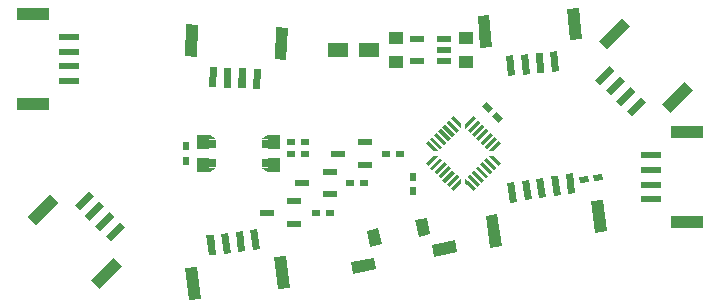
<source format=gbr>
G04 #@! TF.FileFunction,Paste,Bot*
%FSLAX46Y46*%
G04 Gerber Fmt 4.6, Leading zero omitted, Abs format (unit mm)*
G04 Created by KiCad (PCBNEW 4.0.7-e2-6376~58~ubuntu14.04.1) date Wed May 23 14:48:08 2018*
%MOMM*%
%LPD*%
G01*
G04 APERTURE LIST*
%ADD10C,0.100000*%
%ADD11R,1.200000X0.600000*%
%ADD12R,0.800000X0.500000*%
%ADD13R,1.200000X1.000000*%
%ADD14R,0.500000X0.800000*%
%ADD15R,1.800000X1.250000*%
%ADD16R,1.700000X0.600000*%
%ADD17R,2.700000X1.000000*%
%ADD18R,1.600000X0.800000*%
%ADD19R,1.000000X1.200000*%
G04 APERTURE END LIST*
D10*
D11*
X155380000Y-92500000D03*
X157680000Y-91550000D03*
X157680000Y-93450000D03*
D12*
X156530000Y-95000000D03*
X157730000Y-95000000D03*
D10*
G36*
X175786106Y-92032091D02*
X176022701Y-93715547D01*
X175428540Y-93799051D01*
X175191945Y-92115595D01*
X175786106Y-92032091D01*
X175786106Y-92032091D01*
G37*
G36*
X174548271Y-92206057D02*
X174784866Y-93889513D01*
X174190705Y-93973017D01*
X173954110Y-92289561D01*
X174548271Y-92206057D01*
X174548271Y-92206057D01*
G37*
G36*
X177023941Y-91858125D02*
X177260536Y-93541581D01*
X176666375Y-93625085D01*
X176429780Y-91941629D01*
X177023941Y-91858125D01*
X177023941Y-91858125D01*
G37*
G36*
X178261776Y-91684158D02*
X178498371Y-93367614D01*
X177904210Y-93451118D01*
X177667615Y-91767662D01*
X178261776Y-91684158D01*
X178261776Y-91684158D01*
G37*
G36*
X171882845Y-95155720D02*
X172258613Y-97829443D01*
X171268345Y-97968616D01*
X170892577Y-95294893D01*
X171882845Y-95155720D01*
X171882845Y-95155720D01*
G37*
G36*
X180795257Y-93903162D02*
X181171025Y-96576885D01*
X180180757Y-96716058D01*
X179804989Y-94042335D01*
X180795257Y-93903162D01*
X180795257Y-93903162D01*
G37*
G36*
X172716275Y-92463528D02*
X173310436Y-92380024D01*
X173547031Y-94063480D01*
X172952870Y-94146984D01*
X172716275Y-92463528D01*
X172716275Y-92463528D01*
G37*
G36*
X167946353Y-92958215D02*
X168582749Y-92321819D01*
X168794881Y-92533951D01*
X168158485Y-93170347D01*
X167946353Y-92958215D01*
X167946353Y-92958215D01*
G37*
G36*
X167592800Y-92604662D02*
X168441328Y-91756134D01*
X168653460Y-91968266D01*
X167804932Y-92816794D01*
X167592800Y-92604662D01*
X167592800Y-92604662D01*
G37*
G36*
X167239246Y-92251108D02*
X168087774Y-91402580D01*
X168299906Y-91614712D01*
X167451378Y-92463240D01*
X167239246Y-92251108D01*
X167239246Y-92251108D01*
G37*
G36*
X166885693Y-91897555D02*
X167734221Y-91049027D01*
X167946353Y-91261159D01*
X167097825Y-92109687D01*
X166885693Y-91897555D01*
X166885693Y-91897555D01*
G37*
G36*
X166532139Y-91544002D02*
X167380667Y-90695474D01*
X167592799Y-90907606D01*
X166744271Y-91756134D01*
X166532139Y-91544002D01*
X166532139Y-91544002D01*
G37*
G36*
X166178586Y-91190448D02*
X167027114Y-90341920D01*
X167239246Y-90554052D01*
X166390718Y-91402580D01*
X166178586Y-91190448D01*
X166178586Y-91190448D01*
G37*
G36*
X165825033Y-90836895D02*
X166461429Y-90200499D01*
X166673561Y-90412631D01*
X166037165Y-91049027D01*
X165825033Y-90836895D01*
X165825033Y-90836895D01*
G37*
G36*
X166037165Y-88927707D02*
X166673561Y-89564103D01*
X166461429Y-89776235D01*
X165825033Y-89139839D01*
X166037165Y-88927707D01*
X166037165Y-88927707D01*
G37*
G36*
X166390718Y-88574153D02*
X167239246Y-89422681D01*
X167027114Y-89634813D01*
X166178586Y-88786285D01*
X166390718Y-88574153D01*
X166390718Y-88574153D01*
G37*
G36*
X166744271Y-88220600D02*
X167592799Y-89069128D01*
X167380667Y-89281260D01*
X166532139Y-88432732D01*
X166744271Y-88220600D01*
X166744271Y-88220600D01*
G37*
G36*
X167097825Y-87867046D02*
X167946353Y-88715574D01*
X167734221Y-88927706D01*
X166885693Y-88079178D01*
X167097825Y-87867046D01*
X167097825Y-87867046D01*
G37*
G36*
X167451378Y-87513493D02*
X168299906Y-88362021D01*
X168087774Y-88574153D01*
X167239246Y-87725625D01*
X167451378Y-87513493D01*
X167451378Y-87513493D01*
G37*
G36*
X167804932Y-87159940D02*
X168653460Y-88008468D01*
X168441328Y-88220600D01*
X167592800Y-87372072D01*
X167804932Y-87159940D01*
X167804932Y-87159940D01*
G37*
G36*
X168158485Y-86806386D02*
X168794881Y-87442782D01*
X168582749Y-87654914D01*
X167946353Y-87018518D01*
X168158485Y-86806386D01*
X168158485Y-86806386D01*
G37*
G36*
X169219145Y-87442782D02*
X169855541Y-86806386D01*
X170067673Y-87018518D01*
X169431277Y-87654914D01*
X169219145Y-87442782D01*
X169219145Y-87442782D01*
G37*
G36*
X169360567Y-88008468D02*
X170209095Y-87159940D01*
X170421227Y-87372072D01*
X169572699Y-88220600D01*
X169360567Y-88008468D01*
X169360567Y-88008468D01*
G37*
G36*
X169714120Y-88362021D02*
X170562648Y-87513493D01*
X170774780Y-87725625D01*
X169926252Y-88574153D01*
X169714120Y-88362021D01*
X169714120Y-88362021D01*
G37*
G36*
X170067673Y-88715574D02*
X170916201Y-87867046D01*
X171128333Y-88079178D01*
X170279805Y-88927706D01*
X170067673Y-88715574D01*
X170067673Y-88715574D01*
G37*
G36*
X170421227Y-89069128D02*
X171269755Y-88220600D01*
X171481887Y-88432732D01*
X170633359Y-89281260D01*
X170421227Y-89069128D01*
X170421227Y-89069128D01*
G37*
G36*
X170774780Y-89422681D02*
X171623308Y-88574153D01*
X171835440Y-88786285D01*
X170986912Y-89634813D01*
X170774780Y-89422681D01*
X170774780Y-89422681D01*
G37*
G36*
X171340466Y-89564103D02*
X171976862Y-88927707D01*
X172188994Y-89139839D01*
X171552598Y-89776235D01*
X171340466Y-89564103D01*
X171340466Y-89564103D01*
G37*
G36*
X171552598Y-90200499D02*
X172188994Y-90836895D01*
X171976862Y-91049027D01*
X171340466Y-90412631D01*
X171552598Y-90200499D01*
X171552598Y-90200499D01*
G37*
G36*
X170986912Y-90341920D02*
X171835440Y-91190448D01*
X171623308Y-91402580D01*
X170774780Y-90554052D01*
X170986912Y-90341920D01*
X170986912Y-90341920D01*
G37*
G36*
X170633359Y-90695474D02*
X171481887Y-91544002D01*
X171269755Y-91756134D01*
X170421227Y-90907606D01*
X170633359Y-90695474D01*
X170633359Y-90695474D01*
G37*
G36*
X170279805Y-91049027D02*
X171128333Y-91897555D01*
X170916201Y-92109687D01*
X170067673Y-91261159D01*
X170279805Y-91049027D01*
X170279805Y-91049027D01*
G37*
G36*
X169926252Y-91402580D02*
X170774780Y-92251108D01*
X170562648Y-92463240D01*
X169714120Y-91614712D01*
X169926252Y-91402580D01*
X169926252Y-91402580D01*
G37*
G36*
X169572699Y-91756134D02*
X170421227Y-92604662D01*
X170209095Y-92816794D01*
X169360567Y-91968266D01*
X169572699Y-91756134D01*
X169572699Y-91756134D01*
G37*
G36*
X169431277Y-92321819D02*
X170067673Y-92958215D01*
X169855541Y-93170347D01*
X169219145Y-92533951D01*
X169431277Y-92321819D01*
X169431277Y-92321819D01*
G37*
G36*
X168264551Y-92640017D02*
X168830237Y-92074331D01*
X168830237Y-92498595D01*
X168688815Y-92640017D01*
X168264551Y-92640017D01*
X168264551Y-92640017D01*
G37*
G36*
X169183789Y-92074331D02*
X169749475Y-92640017D01*
X169325211Y-92640017D01*
X169183789Y-92498595D01*
X169183789Y-92074331D01*
X169183789Y-92074331D01*
G37*
G36*
X168830237Y-87902402D02*
X168264551Y-87336716D01*
X168688815Y-87336716D01*
X168830237Y-87478138D01*
X168830237Y-87902402D01*
X168830237Y-87902402D01*
G37*
G36*
X169749475Y-87336716D02*
X169183789Y-87902402D01*
X169183789Y-87478138D01*
X169325211Y-87336716D01*
X169749475Y-87336716D01*
X169749475Y-87336716D01*
G37*
G36*
X166921048Y-90165143D02*
X166355362Y-90730829D01*
X166355362Y-90306565D01*
X166496784Y-90165143D01*
X166921048Y-90165143D01*
X166921048Y-90165143D01*
G37*
G36*
X166355362Y-89245904D02*
X166921048Y-89811590D01*
X166496784Y-89811590D01*
X166355362Y-89670168D01*
X166355362Y-89245904D01*
X166355362Y-89245904D01*
G37*
G36*
X171092978Y-89811590D02*
X171658664Y-89245904D01*
X171658664Y-89670168D01*
X171517242Y-89811590D01*
X171092978Y-89811590D01*
X171092978Y-89811590D01*
G37*
G36*
X171658664Y-90730829D02*
X171092978Y-90165143D01*
X171517242Y-90165143D01*
X171658664Y-90306565D01*
X171658664Y-90730829D01*
X171658664Y-90730829D01*
G37*
G36*
X165930130Y-95445486D02*
X166221206Y-96814892D01*
X165243058Y-97022804D01*
X164951982Y-95653398D01*
X165930130Y-95445486D01*
X165930130Y-95445486D01*
G37*
G36*
X161821910Y-96318715D02*
X162112986Y-97688121D01*
X161134838Y-97896033D01*
X160843762Y-96526627D01*
X161821910Y-96318715D01*
X161821910Y-96318715D01*
G37*
G36*
X168277203Y-97349101D02*
X168485114Y-98327248D01*
X166528819Y-98743071D01*
X166320908Y-97764924D01*
X168277203Y-97349101D01*
X168277203Y-97349101D01*
G37*
G36*
X161430169Y-98804483D02*
X161638080Y-99782630D01*
X159681785Y-100198453D01*
X159473874Y-99220306D01*
X161430169Y-98804483D01*
X161430169Y-98804483D01*
G37*
G36*
X149096656Y-96708615D02*
X149303834Y-98395943D01*
X148708306Y-98469065D01*
X148501128Y-96781737D01*
X149096656Y-96708615D01*
X149096656Y-96708615D01*
G37*
G36*
X147855973Y-96860952D02*
X148063151Y-98548280D01*
X147467623Y-98621402D01*
X147260445Y-96934074D01*
X147855973Y-96860952D01*
X147855973Y-96860952D01*
G37*
G36*
X150337338Y-96556278D02*
X150544516Y-98243606D01*
X149948988Y-98316728D01*
X149741810Y-96629400D01*
X150337338Y-96556278D01*
X150337338Y-96556278D01*
G37*
G36*
X151578021Y-96403942D02*
X151785199Y-98091270D01*
X151189671Y-98164392D01*
X150982493Y-96477064D01*
X151578021Y-96403942D01*
X151578021Y-96403942D01*
G37*
G36*
X146454597Y-99602169D02*
X146783645Y-102282044D01*
X145791099Y-102403913D01*
X145462051Y-99724038D01*
X146454597Y-99602169D01*
X146454597Y-99602169D01*
G37*
G36*
X153997948Y-98675962D02*
X154326996Y-101355837D01*
X153334450Y-101477706D01*
X153005402Y-98797831D01*
X153997948Y-98675962D01*
X153997948Y-98675962D01*
G37*
D13*
X169230000Y-80250000D03*
X169230000Y-82250000D03*
D10*
G36*
X172383883Y-87030330D02*
X172030330Y-87383883D01*
X171464645Y-86818198D01*
X171818198Y-86464645D01*
X172383883Y-87030330D01*
X172383883Y-87030330D01*
G37*
G36*
X171535355Y-86181802D02*
X171181802Y-86535355D01*
X170616117Y-85969670D01*
X170969670Y-85616117D01*
X171535355Y-86181802D01*
X171535355Y-86181802D01*
G37*
D13*
X163280000Y-80250000D03*
X163280000Y-82250000D03*
D10*
G36*
X178874525Y-92486740D02*
X178804938Y-91991606D01*
X179597153Y-91880268D01*
X179666740Y-92375402D01*
X178874525Y-92486740D01*
X178874525Y-92486740D01*
G37*
G36*
X180062847Y-92319732D02*
X179993260Y-91824598D01*
X180785475Y-91713260D01*
X180855062Y-92208394D01*
X180062847Y-92319732D01*
X180062847Y-92319732D01*
G37*
D12*
X154430000Y-89000000D03*
X155630000Y-89000000D03*
D14*
X145500000Y-90600000D03*
X145500000Y-89400000D03*
X164730000Y-93200000D03*
X164730000Y-92000000D03*
D11*
X167380000Y-81250000D03*
X167380000Y-80300000D03*
X167380000Y-82200000D03*
X165080000Y-82200000D03*
X165080000Y-80300000D03*
D15*
X161030000Y-81250000D03*
X158430000Y-81250000D03*
D12*
X154430000Y-90000000D03*
X155630000Y-90000000D03*
X159430000Y-92500000D03*
X160630000Y-92500000D03*
X162430000Y-90000000D03*
X163630000Y-90000000D03*
D11*
X158380000Y-90000000D03*
X160680000Y-89050000D03*
X160680000Y-90950000D03*
X152380000Y-95000000D03*
X154680000Y-94050000D03*
X154680000Y-95950000D03*
D10*
G36*
X138603313Y-94467068D02*
X137401231Y-95669150D01*
X136976967Y-95244886D01*
X138179049Y-94042804D01*
X138603313Y-94467068D01*
X138603313Y-94467068D01*
G37*
G36*
X137719429Y-93583184D02*
X136517347Y-94785266D01*
X136093083Y-94361002D01*
X137295165Y-93158920D01*
X137719429Y-93583184D01*
X137719429Y-93583184D01*
G37*
G36*
X139487196Y-95350951D02*
X138285114Y-96553033D01*
X137860850Y-96128769D01*
X139062932Y-94926687D01*
X139487196Y-95350951D01*
X139487196Y-95350951D01*
G37*
G36*
X140371080Y-96234835D02*
X139168998Y-97436917D01*
X138744734Y-97012653D01*
X139946816Y-95810571D01*
X140371080Y-96234835D01*
X140371080Y-96234835D01*
G37*
G36*
X134696548Y-94166547D02*
X132787359Y-96075736D01*
X132080252Y-95368629D01*
X133989441Y-93459440D01*
X134696548Y-94166547D01*
X134696548Y-94166547D01*
G37*
G36*
X140070560Y-99540559D02*
X138161371Y-101449748D01*
X137454264Y-100742641D01*
X139363453Y-98833452D01*
X140070560Y-99540559D01*
X140070560Y-99540559D01*
G37*
D16*
X135630000Y-81375000D03*
X135630000Y-80125000D03*
X135630000Y-82625000D03*
X135630000Y-83875000D03*
D17*
X132580000Y-78200000D03*
X132580000Y-85800000D03*
D10*
G36*
X149965808Y-84459789D02*
X150025137Y-82760825D01*
X150624772Y-82781765D01*
X150565443Y-84480729D01*
X149965808Y-84459789D01*
X149965808Y-84459789D01*
G37*
G36*
X151215047Y-84503413D02*
X151274376Y-82804449D01*
X151874011Y-82825389D01*
X151814682Y-84524353D01*
X151215047Y-84503413D01*
X151215047Y-84503413D01*
G37*
G36*
X148716570Y-84416164D02*
X148775899Y-82717200D01*
X149375534Y-82738140D01*
X149316205Y-84437104D01*
X148716570Y-84416164D01*
X148716570Y-84416164D01*
G37*
G36*
X147467331Y-84372540D02*
X147526660Y-82673576D01*
X148126295Y-82694516D01*
X148066966Y-84393480D01*
X147467331Y-84372540D01*
X147467331Y-84372540D01*
G37*
G36*
X153027989Y-82015168D02*
X153122218Y-79316813D01*
X154121609Y-79351712D01*
X154027380Y-82050067D01*
X153027989Y-82015168D01*
X153027989Y-82015168D01*
G37*
G36*
X145432619Y-81749932D02*
X145526848Y-79051577D01*
X146526239Y-79086476D01*
X146432010Y-81784831D01*
X145432619Y-81749932D01*
X145432619Y-81749932D01*
G37*
G36*
X175276010Y-83211971D02*
X175127845Y-81518440D01*
X175725562Y-81466147D01*
X175873727Y-83159678D01*
X175276010Y-83211971D01*
X175276010Y-83211971D01*
G37*
G36*
X176521254Y-83103026D02*
X176373089Y-81409495D01*
X176970806Y-81357202D01*
X177118971Y-83050733D01*
X176521254Y-83103026D01*
X176521254Y-83103026D01*
G37*
G36*
X174030767Y-83320915D02*
X173882602Y-81627384D01*
X174480319Y-81575091D01*
X174628484Y-83268622D01*
X174030767Y-83320915D01*
X174030767Y-83320915D01*
G37*
G36*
X172785524Y-83429860D02*
X172637359Y-81736329D01*
X173235076Y-81684036D01*
X173383241Y-83377567D01*
X172785524Y-83429860D01*
X172785524Y-83429860D01*
G37*
G36*
X178017443Y-80412386D02*
X177782122Y-77722660D01*
X178778317Y-77635504D01*
X179013638Y-80325230D01*
X178017443Y-80412386D01*
X178017443Y-80412386D01*
G37*
G36*
X170446363Y-81074770D02*
X170211042Y-78385044D01*
X171207237Y-78297888D01*
X171442558Y-80987614D01*
X170446363Y-81074770D01*
X170446363Y-81074770D01*
G37*
G36*
X181956687Y-85532932D02*
X183158769Y-84330850D01*
X183583033Y-84755114D01*
X182380951Y-85957196D01*
X181956687Y-85532932D01*
X181956687Y-85532932D01*
G37*
G36*
X182840571Y-86416816D02*
X184042653Y-85214734D01*
X184466917Y-85638998D01*
X183264835Y-86841080D01*
X182840571Y-86416816D01*
X182840571Y-86416816D01*
G37*
G36*
X181072804Y-84649049D02*
X182274886Y-83446967D01*
X182699150Y-83871231D01*
X181497068Y-85073313D01*
X181072804Y-84649049D01*
X181072804Y-84649049D01*
G37*
G36*
X180188920Y-83765165D02*
X181391002Y-82563083D01*
X181815266Y-82987347D01*
X180613184Y-84189429D01*
X180188920Y-83765165D01*
X180188920Y-83765165D01*
G37*
G36*
X185863452Y-85833453D02*
X187772641Y-83924264D01*
X188479748Y-84631371D01*
X186570559Y-86540560D01*
X185863452Y-85833453D01*
X185863452Y-85833453D01*
G37*
G36*
X180489440Y-80459441D02*
X182398629Y-78550252D01*
X183105736Y-79257359D01*
X181196547Y-81166548D01*
X180489440Y-80459441D01*
X180489440Y-80459441D01*
G37*
D16*
X184930000Y-92625000D03*
X184930000Y-93875000D03*
X184930000Y-91375000D03*
X184930000Y-90125000D03*
D17*
X187980000Y-95800000D03*
X187980000Y-88200000D03*
D18*
X147300000Y-89200000D03*
X147300000Y-90800000D03*
X152700000Y-89200000D03*
X152700000Y-90800000D03*
D19*
X153000000Y-89000000D03*
X153000000Y-91000000D03*
X147000000Y-89000000D03*
X147000000Y-91000000D03*
D10*
G36*
X152550000Y-88400000D02*
X153100000Y-88800000D01*
X151900000Y-88800000D01*
X152450000Y-88400000D01*
X152550000Y-88400000D01*
X152550000Y-88400000D01*
G37*
G36*
X152450000Y-91600000D02*
X151900000Y-91200000D01*
X153100000Y-91200000D01*
X152550000Y-91600000D01*
X152450000Y-91600000D01*
X152450000Y-91600000D01*
G37*
G36*
X147550000Y-88400000D02*
X148100000Y-88800000D01*
X146900000Y-88800000D01*
X147450000Y-88400000D01*
X147550000Y-88400000D01*
X147550000Y-88400000D01*
G37*
G36*
X147450000Y-91600000D02*
X146900000Y-91200000D01*
X148100000Y-91200000D01*
X147550000Y-91600000D01*
X147450000Y-91600000D01*
X147450000Y-91600000D01*
G37*
M02*

</source>
